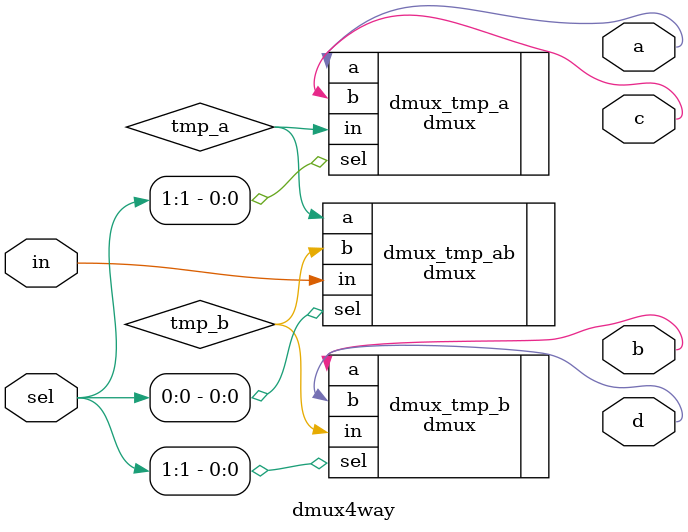
<source format=v>
`default_nettype none

module dmux4way(
    input wire in,
    input wire[1:0] sel,
    output wire a,
    output wire b,
    output wire c,
    output wire d
);
    wire tmp_a, tmp_b;

    dmux dmux_tmp_ab(
        .in(in),
        .sel(sel[0]),
        .a(tmp_a),
        .b(tmp_b)
    );

    dmux dmux_tmp_a(
        .in(tmp_a),
        .sel(sel[1]),
        .a(a),
        .b(c)
    );

    dmux dmux_tmp_b(
        .in(tmp_b),
        .sel(sel[1]),
        .a(b),
        .b(d)
    );
endmodule

`default_nettype wire

</source>
